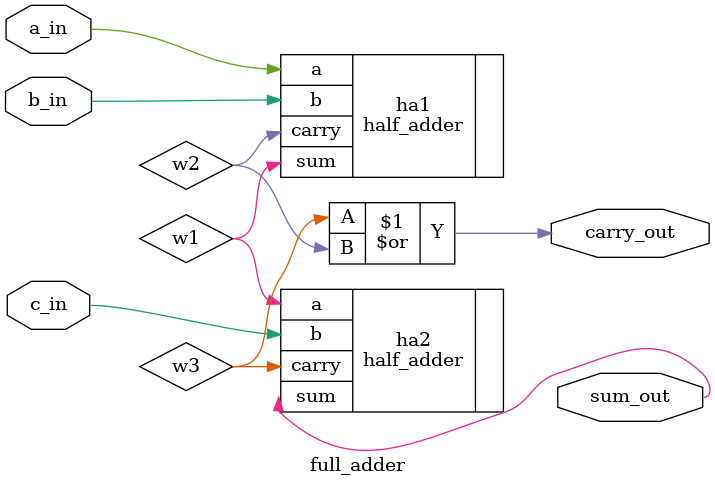
<source format=v>
module full_adder(a_in, b_in,c_in,sum_out,carry_out); 
input a_in,b_in,c_in;
output sum_out, carry_out;
wire w1,w2,w3;
half_adder ha1(.a(a_in),.b(b_in),.sum(w1),.carry(w2));
half_adder ha2(.a(w1),.b(c_in),.sum(sum_out),.carry(w3));
or or1 (carry_out ,w3,w2);
endmodule
</source>
